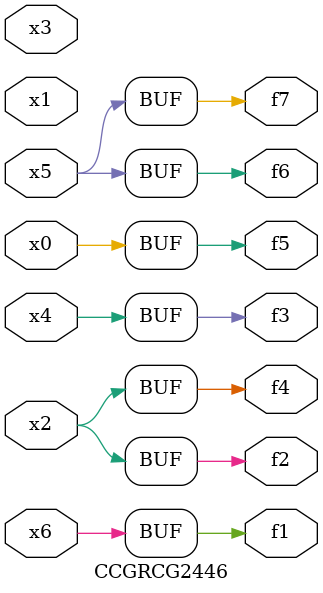
<source format=v>
module CCGRCG2446(
	input x0, x1, x2, x3, x4, x5, x6,
	output f1, f2, f3, f4, f5, f6, f7
);
	assign f1 = x6;
	assign f2 = x2;
	assign f3 = x4;
	assign f4 = x2;
	assign f5 = x0;
	assign f6 = x5;
	assign f7 = x5;
endmodule

</source>
